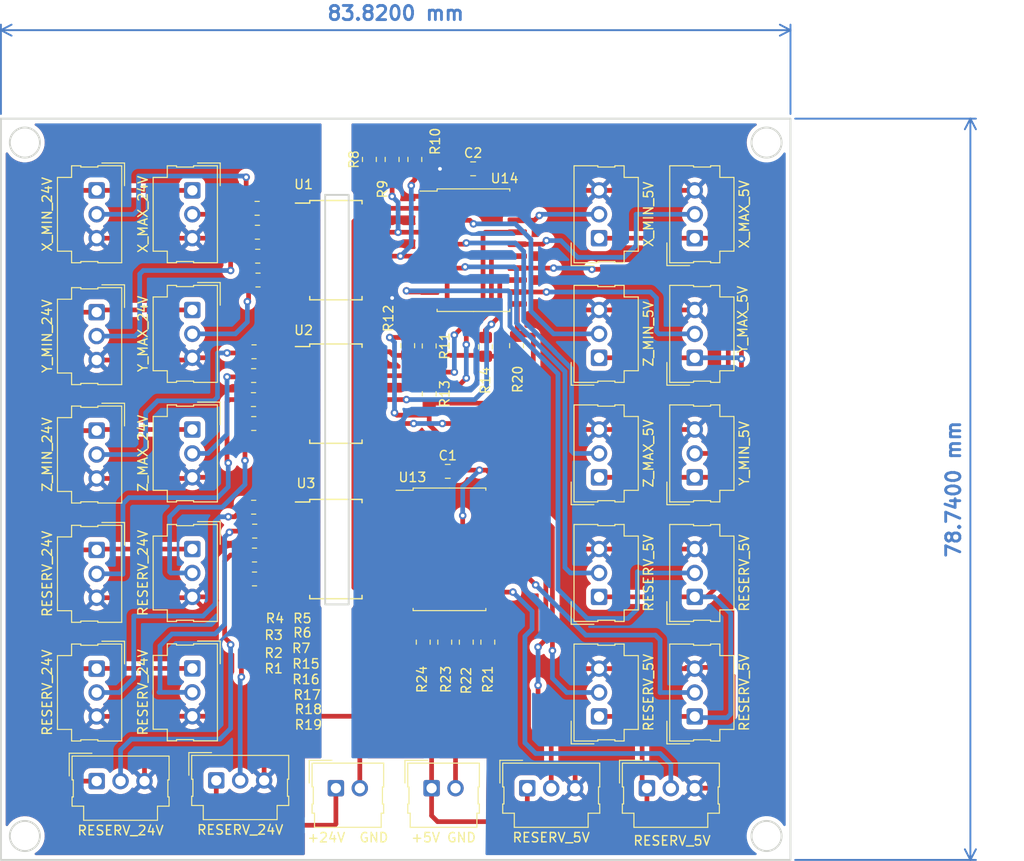
<source format=kicad_pcb>
(kicad_pcb (version 20211014) (generator pcbnew)
  (layers (0 "F.Cu" signal) (31 "B.Cu" signal) (34 "B.Paste" user) (35 "F.Paste" user) (36 "B.SilkS" user "B.Silkscreen") (37 "F.SilkS" user "F.Silkscreen") (38 "B.Mask" user) (39 "F.Mask" user) (44 "Edge.Cuts" user))
  (net 0 "")
  (net 1 "/+24V")
  (net 2 "Net-(J1-Pad2)")
  (net 3 "Net-(J2-Pad2)")
  (net 4 "Net-(J3-Pad2)")
  (net 5 "Net-(J4-Pad2)")
  (net 6 "Net-(J5-Pad2)")
  (net 7 "Net-(J6-Pad2)")
  (net 8 "Net-(J7-Pad2)")
  (net 9 "/+5V")
  (net 10 "Net-(J9-Pad2)")
  (net 11 "/GND_5V")
  (net 12 "Net-(J10-Pad2)")
  (net 13 "Net-(J11-Pad2)")
  (net 14 "Net-(J12-Pad2)")
  (net 15 "Net-(J13-Pad2)")
  (net 16 "Net-(J14-Pad2)")
  (net 17 "Net-(J15-Pad2)")
  (net 18 "Net-(R1-Pad2)")
  (net 19 "Net-(R2-Pad2)")
  (net 20 "Net-(R3-Pad2)")
  (net 21 "Net-(R4-Pad2)")
  (net 22 "Net-(R5-Pad2)")
  (net 23 "Net-(R6-Pad2)")
  (net 24 "Net-(R7-Pad2)")
  (net 25 "/GND_24V")
  (net 26 "Net-(J8-Pad2)")
  (net 27 "Net-(J16-Pad2)")
  (net 28 "Net-(J17-Pad2)")
  (net 29 "Net-(J18-Pad2)")
  (net 30 "Net-(J19-Pad2)")
  (net 31 "Net-(J21-Pad2)")
  (net 32 "Net-(J22-Pad2)")
  (net 33 "Net-(J23-Pad2)")
  (net 34 "Net-(J24-Pad2)")
  (net 35 "Net-(J25-Pad2)")
  (net 36 "Net-(R8-Pad1)")
  (net 37 "Net-(R9-Pad1)")
  (net 38 "Net-(R10-Pad1)")
  (net 39 "Net-(R11-Pad1)")
  (net 40 "Net-(R12-Pad1)")
  (net 41 "Net-(R13-Pad1)")
  (net 42 "Net-(R14-Pad1)")
  (net 43 "Net-(R15-Pad2)")
  (net 44 "Net-(R16-Pad2)")
  (net 45 "Net-(R17-Pad2)")
  (net 46 "Net-(R18-Pad2)")
  (net 47 "Net-(R19-Pad2)")
  (net 48 "Net-(R20-Pad1)")
  (net 49 "Net-(R21-Pad1)")
  (net 50 "Net-(R22-Pad1)")
  (net 51 "Net-(R23-Pad1)")
  (net 52 "Net-(R24-Pad1)")
  (footprint "Resistor_SMD:R_0805_2012Metric_Pad1.20x1.40mm_HandSolder" (layer "F.Cu") (at 120.269 81.01 -90)
    (fp_text reference "R21")
    (fp_text value "4k7")
  )
  (footprint "Connector_Molex:Molex_SL_171971-0002_1x02_P2.54mm_Vertical" (layer "F.Cu") (at 104.14 96.52)
    (fp_text reference "J20" hide)
    (fp_text value "+24V  GND")
  )
  (footprint "Connector_Molex:Molex_SL_171971-0003_1x03_P2.54mm_Vertical" (layer "F.Cu") (at 78.74 58.54 -90)
    (fp_text reference "J5" hide)
    (fp_text value "Z_MIN_24V")
  )
  (footprint "Connector_Molex:Molex_SL_171971-0002_1x02_P2.54mm_Vertical" (layer "F.Cu") (at 114.3 96.52)
    (fp_text reference "J26" hide)
    (fp_text value "+5V GND")
  )
  (footprint "Connector_Molex:Molex_SL_171971-0003_1x03_P2.54mm_Vertical" (layer "F.Cu") (at 88.9 58.42 -90)
    (fp_text reference "J6" hide)
    (fp_text value "Z_MAX_24V")
  )
  (footprint "Connector_Molex:Molex_SL_171971-0003_1x03_P2.54mm_Vertical" (layer "F.Cu") (at 78.74 95.77)
    (fp_text reference "J18" hide)
    (fp_text value "RESERV_24V")
  )
  (footprint "Connector_Molex:Molex_SL_171971-0003_1x03_P2.54mm_Vertical" (layer "F.Cu") (at 124.46 96.52)
    (fp_text reference "J23" hide)
    (fp_text value "RESERV_5V")
  )
  (footprint "Resistor_SMD:R_0805_2012Metric_Pad1.20x1.40mm_HandSolder" (layer "F.Cu") (at 123.317 49.514 -90)
    (fp_text reference "R20")
    (fp_text value "4k7")
  )
  (footprint "Resistor_SMD:R_0805_2012Metric_Pad1.20x1.40mm_HandSolder" (layer "F.Cu") (at 95.42 57.785)
    (fp_text reference "R15")
    (fp_text value "1k2")
  )
  (footprint "Resistor_SMD:R_0805_2012Metric_Pad1.20x1.40mm_HandSolder" (layer "F.Cu") (at 114.046 49.546 -90)
    (fp_text reference "R11")
    (fp_text value "4k7")
  )
  (footprint "Resistor_SMD:R_0805_2012Metric_Pad1.20x1.40mm_HandSolder" (layer "F.Cu") (at 95.41 66.675)
    (fp_text reference "R16")
    (fp_text value "1k2")
  )
  (footprint "Connector_Molex:Molex_SL_171971-0003_1x03_P2.54mm_Vertical" (layer "F.Cu") (at 88.9 45.72 -90)
    (fp_text reference "J4" hide)
    (fp_text value "Y_MAX_24V")
  )
  (footprint "Connector_Molex:Molex_SL_171971-0003_1x03_P2.54mm_Vertical" (layer "F.Cu") (at 78.74 71.21 -90)
    (fp_text reference "J7" hide)
    (fp_text value "RESERV_24V")
  )
  (footprint "Package_SO:SOIC-16W_5.3x10.2mm_P1.27mm" (layer "F.Cu") (at 104.14 39.37)
    (fp_text reference "U1")
    (fp_text value "LTV-247")
  )
  (footprint "Connector_Molex:Molex_SL_171971-0003_1x03_P2.54mm_Vertical" (layer "F.Cu") (at 78.74 45.96 -90)
    (fp_text reference "J3" hide)
    (fp_text value "Y_MIN_24V")
  )
  (footprint "Resistor_SMD:R_0805_2012Metric_Pad1.20x1.40mm_HandSolder" (layer "F.Cu") (at 95.5 74.295)
    (fp_text reference "R19")
    (fp_text value "1k2")
  )
  (footprint "Resistor_SMD:R_0805_2012Metric_Pad1.20x1.40mm_HandSolder" (layer "F.Cu") (at 114.046 54.626 -90)
    (fp_text reference "R13")
    (fp_text value "4k7")
  )
  (footprint "Connector_Molex:Molex_SL_171971-0003_1x03_P2.54mm_Vertical" (layer "F.Cu") (at 132.08 50.8 90)
    (fp_text reference "J13" hide)
    (fp_text value "Z_MIN_5V")
  )
  (footprint "Connector_Molex:Molex_SL_171971-0003_1x03_P2.54mm_Vertical" (layer "F.Cu") (at 88.9 83.8 -90)
    (fp_text reference "J17" hide)
    (fp_text value "RESERV_24V")
  )
  (footprint "Connector_Molex:Molex_SL_171971-0003_1x03_P2.54mm_Vertical" (layer "F.Cu") (at 137.16 96.52)
    (fp_text reference "J25" hide)
    (fp_text value "RESERV_5V")
  )
  (footprint "Connector_Molex:Molex_SL_171971-0003_1x03_P2.54mm_Vertical" (layer "F.Cu") (at 132.08 88.9 90)
    (fp_text reference "J22" hide)
    (fp_text value "RESERV_5V")
  )
  (footprint "Resistor_SMD:R_0805_2012Metric_Pad1.20x1.40mm_HandSolder" (layer "F.Cu") (at 95.87 42.545)
    (fp_text reference "R4")
    (fp_text value "1k2")
  )
  (footprint "Connector_Molex:Molex_SL_171971-0003_1x03_P2.54mm_Vertical" (layer "F.Cu") (at 142.24 88.9 90)
    (fp_text reference "J24" hide)
    (fp_text value "RESERV_5V")
  )
  (footprint "Capacitor_SMD:C_0805_2012Metric" (layer "F.Cu") (at 116.017 62.865)
    (fp_text reference "C1")
    (fp_text value "C")
  )
  (footprint "Connector_Molex:Molex_SL_171971-0003_1x03_P2.54mm_Vertical" (layer "F.Cu") (at 78.74 83.82 -90)
    (fp_text reference "J16" hide)
    (fp_text value "RESERV_24V")
  )
  (footprint "Resistor_SMD:R_0805_2012Metric_Pad1.20x1.40mm_HandSolder" (layer "F.Cu") (at 107.696 29.734 90)
    (fp_text reference "R8")
    (fp_text value "4k7")
  )
  (footprint "Resistor_SMD:R_0805_2012Metric_Pad1.20x1.40mm_HandSolder" (layer "F.Cu") (at 95.81 37.465)
    (fp_text reference "R2")
    (fp_text value "1k2")
  )
  (footprint "Resistor_SMD:R_0805_2012Metric_Pad1.20x1.40mm_HandSolder" (layer "F.Cu") (at 95.41 52.69)
    (fp_text reference "R6")
    (fp_text value "1k2")
  )
  (footprint "Package_SO:SOIC-20W_7.5x12.8mm_P1.27mm" (layer "F.Cu") (at 116.2 71.15)
    (fp_text reference "U13")
    (fp_text value "74HC240")
  )
  (footprint "Connector_Molex:Molex_SL_171971-0003_1x03_P2.54mm_Vertical" (layer "F.Cu") (at 88.9 33.02 -90)
    (fp_text reference "J2" hide)
    (fp_text value "X_MAX_24V")
  )
  (footprint "Resistor_SMD:R_0805_2012Metric_Pad1.20x1.40mm_HandSolder" (layer "F.Cu") (at 115.697 81.01 -90)
    (fp_text reference "R23")
    (fp_text value "4k7")
  )
  (footprint "Connector_Molex:Molex_SL_171971-0003_1x03_P2.54mm_Vertical" (layer "F.Cu") (at 142.24 38.1 90)
    (fp_text reference "J10" hide)
    (fp_text value "X_MAX_5V")
  )
  (footprint "Resistor_SMD:R_0805_2012Metric_Pad1.20x1.40mm_HandSolder" (layer "F.Cu") (at 95.78 34.925)
    (property "Reference" "R1")
    (property "Value" "1k2")
    (fp_text reference "R1")
    (fp_text value "1k2")
  )
  (footprint "Resistor_SMD:R_0805_2012Metric_Pad1.20x1.40mm_HandSolder" (layer "F.Cu") (at 95.39 55.245)
    (fp_text reference "R7")
    (fp_text value "1k2")
  )
  (footprint "Resistor_SMD:R_0805_2012Metric_Pad1.20x1.40mm_HandSolder" (layer "F.Cu") (at 110.109 29.734 90)
    (fp_text reference "R9")
    (fp_text value "4k7")
  )
  (footprint "Resistor_SMD:R_0805_2012Metric_Pad1.20x1.40mm_HandSolder" (layer "F.Cu") (at 95.84 40.01)
    (fp_text reference "R3")
    (fp_text value "1k2")
  )
  (footprint "Connector_Molex:Molex_SL_171971-0003_1x03_P2.54mm_Vertical" (layer "F.Cu") (at 88.9 71.12 -90)
    (fp_text reference "J8" hide)
    (fp_text value "RESERV_24V")
  )
  (footprint "Resistor_SMD:R_0805_2012Metric_Pad1.20x1.40mm_HandSolder" (layer "F.Cu") (at 95.45 50.165)
    (fp_text reference "R5")
    (fp_text value "1k2")
  )
  (footprint "Capacitor_SMD:C_0805_2012Metric" (layer "F.Cu") (at 118.71 30.73)
    (fp_text reference "C2")
    (fp_text value "C")
  )
  (footprint "Connector_Molex:Molex_SL_171971-0003_1x03_P2.54mm_Vertical" (layer "F.Cu") (at 142.24 63.5 90)
    (fp_text reference "J11" hide)
    (fp_text value "Y_MIN_5V")
  )
  (footprint "Connector_Molex:Molex_SL_171971-0003_1x03_P2.54mm_Vertical" (layer "F.Cu") (at 91.44 95.7)
    (fp_text reference "J19" hide)
    (fp_text value "RESERV_24V")
  )
  (footprint "Resistor_SMD:R_0805_2012Metric_Pad1.20x1.40mm_HandSolder" (layer "F.Cu") (at 95.52 69.215)
    (fp_text reference "R17")
    (fp_text value "1k2")
  )
  (footprint "Connector_Molex:Molex_SL_171971-0003_1x03_P2.54mm_Vertical" (layer "F.Cu") (at 142.24 50.8 90)
    (fp_text reference "J12" hide)
    (fp_text value "Y_MAX_5V")
  )
  (footprint "Resistor_SMD:R_0805_2012Metric_Pad1.20x1.40mm_HandSolder" (layer "F.Cu") (at 117.983 81.01 -90)
    (fp_text reference "R22")
    (fp_text value "4k7")
  )
  (footprint "Resistor_SMD:R_0805_2012Metric_Pad1.20x1.40mm_HandSolder" (layer "F.Cu") (at 120.015 49.641 -90)
    (fp_text reference "R14")
    (fp_text value "4k7")
  )
  (footprint "Package_SO:SOIC-16W_5.3x10.2mm_P1.27mm" (layer "F.Cu") (at 104.14 54.61)
    (fp_text reference "U2")
    (fp_text value "LTV-247")
  )
  (footprint "Connector_Molex:Molex_SL_171971-0003_1x03_P2.54mm_Vertical" (layer "F.Cu") (at 78.74 33.02 -90)
    (property "Reference" "J1")
    (property "Value" "Conn_01x03")
    (fp_text reference "J1" hide)
    (fp_text value "X_MIN_24V")
  )
  (footprint "Package_SO:SOIC-20W_7.5x12.8mm_P1.27mm" (layer "F.Cu") (at 118.745 39.37)
    (fp_text reference "U14")
    (fp_text value "74HC240")
  )
  (footprint "Resistor_SMD:R_0805_2012Metric_Pad1.20x1.40mm_HandSolder" (layer "F.Cu") (at 113.411 81.01 -90)
    (fp_text reference "R24")
    (fp_text value "4k7")
  )
  (footprint "Resistor_SMD:R_0805_2012Metric_Pad1.20x1.40mm_HandSolder" (layer "F.Cu") (at 95.5 71.755)
    (fp_text reference "R18")
    (fp_text value "1k2")
  )
  (footprint "Connector_Molex:Molex_SL_171971-0003_1x03_P2.54mm_Vertical" (layer "F.Cu") (at 132.08 76.2 90)
    (fp_text reference "J15" hide)
    (fp_text value "RESERV_5V")
  )
  (footprint "Resistor_SMD:R_0805_2012Metric_Pad1.20x1.40mm_HandSolder" (layer "F.Cu") (at 112.522 29.734 90)
    (fp_text reference "R10")
    (fp_text value "4k7")
  )
  (footprint "Connector_Molex:Molex_SL_171971-0003_1x03_P2.54mm_Vertical" (layer "F.Cu") (at 132.08 63.5 90)
    (fp_text reference "J14" hide)
    (fp_text value "Z_MAX_5V")
  )
  (footprint "Connector_Molex:Molex_SL_171971-0003_1x03_P2.54mm_Vertical" (layer "F.Cu") (at 142.24 76.2 90)
    (fp_text reference "J21" hide)
    (fp_text value "RESERV_5V")
  )
  (footprint "Connector_Molex:Molex_SL_171971-0003_1x03_P2.54mm_Vertical" (layer "F.Cu") (at 132.08 38.1 90)
    (fp_text reference "J9" hide)
    (fp_text value "X_MIN_5V")
  )
  (footprint "Package_SO:SOIC-16W_5.3x10.2mm_P1.27mm" (layer "F.Cu") (at 104.14 71.12)
    (fp_text reference "U3")
    (fp_text value "LTV-247")
  )
  (footprint "Resistor_SMD:R_0805_2012Metric_Pad1.20x1.40mm_HandSolder" (layer "F.Cu") (at 111.76 49.514 90)
    (fp_text reference "R12")
    (fp_text value "4k7")
  )
  (gr_rect (start 103 33.5) (end 105.5 77) (layer "Edge.Cuts") (width 0.2) (fill none))
  (gr_circle (center 149.86 101.6) (end 151.46 101.6) (layer "Edge.Cuts") (width 0.2) (fill none))
  (gr_circle (center 71.12 27.94) (end 72.72 27.94) (layer "Edge.Cuts") (width 0.2) (fill none))
  (gr_rect (start 68.58 25.4) (end 152.4 104.14) (layer "Edge.Cuts") (width 0.2) (fill none))
  (gr_circle (center 71.12 101.6) (end 72.72 101.6) (layer "Edge.Cuts") (width 0.2) (fill none))
  (gr_circle (center 149.86 27.94) (end 151.46 27.94) (layer "Edge.Cuts") (width 0.2) (fill none))
  (dimension (type aligned) (layer "B.Cu") (pts (xy 152.4 25.4) (xy 152.4 104.14)) (height -19.1) (gr_text "78,7400 мм" (at 169.7 64.77 90) (layer "B.Cu") (effects (font (size 1.5 1.5) (thickness 0.3)))) (format (units 3) (units_format 1) (precision 4)) (style (thickness 0.2) (arrow_length 1.27) (text_position_mode 0) (extension_height 0.58642) (extension_offset 0.5) keep_text_aligned))
  (dimension (type aligned) (layer "B.Cu") (pts (xy 68.58 25.4) (xy 152.4 25.4)) (height -9.4) (gr_text "83,8200 мм" (at 110.49 14.2) (layer "B.Cu") (effects (font (size 1.5 1.5) (thickness 0.3)))) (format (units 3) (units_format 1) (precision 4)) (style (thickness 0.2) (arrow_length 1.27) (text_position_mode 0) (extension_height 0.58642) (extension_offset 0.5) keep_text_aligned))
  (segment (start 74.556 58.54) (end 74.422 58.674) (width 0.5) (layer "F.Cu") (net 1))
  (segment (start 78.74 45.96) (end 74.535 45.96) (width 0.5) (layer "F.Cu") (net 1))
  (segment (start 74.713 71.21) (end 74.422 71.501) (width 0.5) (layer "F.Cu") (net 1))
  (segment (start 104.013 100.457) (end 91.44 100.457) (width 0.5) (layer "F.Cu") (net 1))
  (segment (start 78.76 83.8) (end 78.74 83.82) (width 0.5) (layer "F.Cu") (net 1))
  (segment (start 74.422 95.631) (end 74.422 83.693) (width 0.5) (layer "F.Cu") (net 1))
  (segment (start 104.14 96.52) (end 104.14 100.33) (width 0.5) (layer "F.Cu") (net 1))
  (segment (start 74.422 45.847) (end 74.422 33.02) (width 0.5) (layer "F.Cu") (net 1))
  (segment (start 104.14 100.33) (end 104.013 100.457) (width 0.5) (layer "F.Cu") (net 1))
  (segment (start 74.422 71.501) (end 74.422 58.674) (width 0.5) (layer "F.Cu") (net 1))
  (segment (start 74.422 58.674) (end 74.422 45.847) (width 0.5) (layer "F.Cu") (net 1))
  (segment (start 78.86 58.42) (end 78.74 58.54) (width 0.5) (layer "F.Cu") (net 1))
  (segment (start 88.9 58.42) (end 78.86 58.42) (width 0.5) (layer "F.Cu") (net 1))
  (segment (start 88.9 45.72) (end 78.98 45.72) (width 0.5) (layer "F.Cu") (net 1))
  (segment (start 78.74 95.77) (end 74.561 95.77) (width 0.5) (layer "F.Cu") (net 1))
  (segment (start 74.549 83.82) (end 74.422 83.693) (width 0.5) (layer "F.Cu") (net 1))
  (segment (start 74.561 95.77) (end 74.422 95.631) (width 0.5) (layer "F.Cu") (net 1))
  (segment (start 78.98 45.72) (end 78.74 45.96) (width 0.5) (layer "F.Cu") (net 1))
  (segment (start 91.44 95.7) (end 91.44 100.457) (width 0.5) (layer "F.Cu") (net 1))
  (segment (start 88.9 71.12) (end 78.83 71.12) (width 0.5) (layer "F.Cu") (net 1))
  (segment (start 88.9 83.8) (end 78.76 83.8) (width 0.5) (layer "F.Cu") (net 1))
  (segment (start 78.83 71.12) (end 78.74 71.21) (width 0.5) (layer "F.Cu") (net 1))
  (segment (start 78.74 33.02) (end 88.9 33.02) (width 0.5) (layer "F.Cu") (net 1))
  (segment (start 91.44 100.457) (end 76.835 100.457) (width 0.5) (layer "F.Cu") (net 1))
  (segment (start 78.74 71.21) (end 74.713 71.21) (width 0.5) (layer "F.Cu") (net 1))
  (segment (start 74.535 45.96) (end 74.422 45.847) (width 0.5) (layer "F.Cu") (net 1))
  (segment (start 76.835 100.457) (end 74.422 98.044) (width 0.5) (layer "F.Cu") (net 1))
  (segment (start 74.422 33.02) (end 78.74 33.02) (width 0.5) (layer "F.Cu") (net 1))
  (segment (start 74.422 98.044) (end 74.422 95.631) (width 0.5) (layer "F.Cu") (net 1))
  (segment (start 78.74 83.82) (end 74.549 83.82) (width 0.5) (layer "F.Cu") (net 1))
  (segment (start 74.422 83.693) (end 74.422 71.501) (width 0.5) (layer "F.Cu") (net 1))
  (segment (start 78.74 58.54) (end 74.556 58.54) (width 0.5) (layer "F.Cu") (net 1))
  (segment (start 94.615 34.76) (end 94.78 34.925) (width 0.5) (layer "F.Cu") (net 2))
  (segment (start 94.615 31.623) (end 94.615 34.76) (width 0.5) (layer "F.Cu") (net 2))
  (via (at 94.615 31.623) (size 0.8) (drill 0.4) (layers "F.Cu" "B.Cu") (net 2))
  (segment (start 83.185 35.052) (end 83.185 31.496) (width 0.5) (layer "B.Cu") (net 2))
  (segment (start 94.488 31.496) (end 94.615 31.623) (width 0.5) (layer "B.Cu") (net 2))
  (segment (start 83.185 31.496) (end 94.488 31.496) (width 0.5) (layer "B.Cu") (net 2))
  (segment (start 78.74 35.56) (end 82.677 35.56) (width 0.5) (layer "B.Cu") (net 2))
  (segment (start 82.677 35.56) (end 83.185 35.052) (width 0.5) (layer "B.Cu") (net 2))
  (segment (start 88.9 35.56) (end 91.313 35.56) (width 0.5) (layer "F.Cu") (net 3))
  (segment (start 93.218 37.465) (end 94.81 37.465) (width 0.5) (layer "F.Cu") (net 3))
  (segment (start 91.313 35.56) (end 93.218 37.465) (width 0.5) (layer "F.Cu") (net 3))
  (segment (start 94.835 40.005) (end 94.84 40.01) (width 0.5) (layer "F.Cu") (net 4))
  (segment (start 92.964 41.529) (end 92.964 40.005) (width 0.5) (layer "F.Cu") (net 4))
  (segment (start 92.964 40.005) (end 94.835 40.005) (width 0.5) (layer "F.Cu") (net 4))
  (via (at 92.964 41.529) (size 0.8) (drill 0.4) (layers "F.Cu" "B.Cu") (net 4))
  (segment (start 78.74 48.5) (end 82.818 48.5) (width 0.5) (layer "B.Cu") (net 4))
  (segment (start 82.818 48.5) (end 83.058 48.26) (width 0.5) (layer "B.Cu") (net 4))
  (segment (start 83.058 48.26) (end 83.312 48.006) (width 0.5) (layer "B.Cu") (net 4))
  (segment (start 83.312 41.91) (end 83.693 41.529) (width 0.5) (layer "B.Cu") (net 4))
  (segment (start 83.693 41.529) (end 92.964 41.529) (width 0.5) (layer "B.Cu") (net 4))
  (segment (start 83.312 48.006) (end 83.312 41.91) (width 0.5) (layer "B.Cu") (net 4))
  (segment (start 94.87 42.545) (end 94.87 44.703) (width 0.5) (layer "F.Cu") (net 5))
  (segment (start 94.87 44.703) (end 94.742 44.831) (width 0.5) (layer "F.Cu") (net 5))
  (via (at 94.742 44.831) (size 0.8) (drill 0.4) (layers "F.Cu" "B.Cu") (net 5))
  (segment (start 94.742 44.831) (end 94.742 46.99) (width 0.5) (layer "B.Cu") (net 5))
  (segment (start 94.742 46.99) (end 93.472 48.26) (width 0.5) (layer "B.Cu") (net 5))
  (segment (start 93.472 48.26) (end 88.9 48.26) (width 0.5) (layer "B.Cu") (net 5))
  (segment (start 92.583 50.292) (end 94.323 50.292) (width 0.5) (layer "F.Cu") (net 6))
  (segment (start 94.323 50.292) (end 94.45 50.165) (width 0.5) (layer "F.Cu") (net 6))
  (via (at 92.583 50.292) (size 0.8) (drill 0.4) (layers "F.Cu" "B.Cu") (net 6))
  (segment (start 85.217 55.372) (end 91.186 55.372) (width 0.5) (layer "B.Cu") (net 6))
  (segment (start 83.312 60.96) (end 83.947 60.325) (width 0.5) (layer "B.Cu") (net 6))
  (segment (start 91.567 54.991) (end 91.567 50.292) (width 0.5) (layer "B.Cu") (net 6))
  (segment (start 78.74 61.08) (end 83.192 61.08) (width 0.5) (layer "B.Cu") (net 6))
  (segment (start 83.192 61.08) (end 83.312 60.96) (width 0.5) (layer "B.Cu") (net 6))
  (segment (start 91.186 55.372) (end 91.567 54.991) (width 0.5) (layer "B.Cu") (net 6))
  (segment (start 83.947 56.642) (end 85.217 55.372) (width 0.5) (layer "B.Cu") (net 6))
  (segment (start 91.567 50.292) (end 92.583 50.292) (width 0.5) (layer "B.Cu") (net 6))
  (segment (start 83.947 60.325) (end 83.947 56.642) (width 0.5) (layer "B.Cu") (net 6))
  (segment (start 94.268 52.832) (end 94.41 52.69) (width 0.5) (layer "F.Cu") (net 7))
  (segment (start 92.583 52.832) (end 94.268 52.832) (width 0.5) (layer "F.Cu") (net 7))
  (via (at 92.583 52.832) (size 0.8) (drill 0.4) (layers "F.Cu" "B.Cu") (net 7))
  (segment (start 90.551 60.96) (end 91.313 60.198) (width 0.5) (layer "B.Cu") (net 7))
  (segment (start 92.583 58.928) (end 92.583 52.832) (width 0.5) (layer "B.Cu") (net 7))
  (segment (start 91.313 60.198) (end 92.583 58.928) (width 0.5) (layer "B.Cu") (net 7))
  (segment (start 88.9 60.96) (end 90.551 60.96) (width 0.5) (layer "B.Cu") (net 7))
  (segment (start 92.583 55.499) (end 92.583 61.849) (width 0.5) (layer "F.Cu") (net 8))
  (segment (start 92.583 61.849) (end 92.71 61.976) (width 0.5) (layer "F.Cu") (net 8))
  (segment (start 94.39 55.245) (end 92.837 55.245) (width 0.5) (layer "F.Cu") (net 8))
  (segment (start 92.837 55.245) (end 92.583 55.499) (width 0.5) (layer "F.Cu") (net 8))
  (via (at 92.71 61.976) (size 0.8) (drill 0.4) (layers "F.Cu" "B.Cu") (net 8))
  (segment (start 92.71 64.516) (end 91.567 65.659) (width 0.5) (layer "B.Cu") (net 8))
  (segment (start 91.567 65.659) (end 82.169 65.659) (width 0.5) (layer "B.Cu") (net 8))
  (segment (start 81.534 66.294) (end 81.534 73.787) (width 0.5) (layer "B.Cu") (net 8))
  (segment (start 81.534 73.787) (end 81.497 73.75) (width 0.5) (layer "B.Cu") (net 8))
  (segment (start 92.71 61.976) (end 92.71 64.516) (width 0.5) (layer "B.Cu") (net 8))
  (segment (start 82.169 65.659) (end 81.534 66.294) (width 0.5) (layer "B.Cu") (net 8))
  (segment (start 81.497 73.75) (end 78.74 73.75) (width 0.5) (layer "B.Cu") (net 8))
  (segment (start 137.16 96.52) (end 137.16 98.806) (width 0.5) (layer "F.Cu") (net 9))
  (segment (start 120.142 62.738) (end 119.38 62.738) (width 0.5) (layer "F.Cu") (net 9))
  (segment (start 147.193 39.497) (end 147.193 39.878) (width 0.5) (layer "F.Cu") (net 9))
  (segment (start 132.08 88.9) (end 136.652 88.9) (width 0.5) (layer "F.Cu") (net 9))
  (segment (start 122.301 28.702) (end 146.431 28.702) (width 0.5) (layer "F.Cu") (net 9))
  (segment (start 116.967 60.833) (end 114.046 57.912) (width 0.5) (layer "F.Cu") (net 9))
  (segment (start 114.268 82.01) (end 113.411 82.01) (width 0.5) (layer "F.Cu") (net 9))
  (segment (start 119.66 30.73) (end 119.66 28.855) (width 0.5) (layer "F.Cu") (net 9))
  (segment (start 132.08 63.5) (end 142.24 63.5) (width 0.5) (layer "F.Cu") (net 9))
  (segment (start 143.51 76.2) (end 144.399 75.311) (width 0.5) (layer "F.Cu") (net 9))
  (segment (start 119.507 28.702) (end 112.554 28.702) (width 0.5) (layer "F.Cu") (net 9))
  (segment (start 112.554 28.702) (end 112.522 28.734) (width 0.5) (layer "F.Cu") (net 9))
  (segment (start 145.796 38.1) (end 147.193 39.497) (width 0.5) (layer "F.Cu") (net 9))
  (segment (start 132.08 38.1) (end 142.24 38.1) (width 0.5) (layer "F.Cu") (net 9))
  (segment (start 124.46 96.52) (end 124.46 99.822) (width 0.5) (layer "F.Cu") (net 9))
  (segment (start 136.652 88.9) (end 142.24 88.9) (width 0.5) (layer "F.Cu") (net 9))
  (segment (start 147.193 29.464) (end 147.193 39.878) (width 0.5) (layer "F.Cu") (net 9))
  (segment (start 114.046 50.546) (end 119.92 50.546) (width 0.5) (layer "F.Cu") (net 9))
  (segment (start 123.19 50.641) (end 123.317 50.514) (width 0.5) (layer "F.Cu") (net 9))
  (segment (start 135.89 100.076) (end 135.128 100.076) (width 0.5) (layer "F.Cu") (net 9))
  (segment (start 119.48095 78.232) (end 117.602 76.35305) (width 0.5) (layer "F.Cu") (net 9))
  (segment (start 122.301 28.702) (end 119.507 28.702) (width 0.5) (layer "F.Cu") (net 9))
  (segment (start 132.08 50.8) (end 142.24 50.8) (width 0.5) (layer "F.Cu") (net 9))
  (segment (start 119.38 62.738) (end 117.094 62.738) (width 0.5) (layer "F.Cu") (net 9))
  (segment (start 114.046 56.896) (end 110.617 56.896) (width 0.5) (layer "F.Cu") (net 9))
  (segment (start 117.094 62.738) (end 116.967 62.865) (width 0.5) (layer "F.Cu") (net 9))
  (segment (start 110.617 56.896) (end 110.363 56.642) (width 0.5) (layer "F.Cu") (net 9))
  (segment (start 144.399 75.311) (end 144.399 63.754) (width 0.5) (layer "F.Cu") (net 9))
  (segment (start 114.3 96.52) (end 114.3 82.042) (width 0.5) (layer "F.Cu") (net 9))
  (segment (start 114.046 56.896) (end 114.046 55.626) (width 0.5) (layer "F.Cu") (net 9))
  (segment (start 120.269 82.01) (end 121.444 82.01) (width 0.5) (layer "F.Cu") (net 9))
  (segment (start 121.92 81.534) (end 121.92 79.248) (width 0.5) (layer "F.Cu") (net 9))
  (segment (start 137.16 98.806) (end 135.89 100.076) (width 0.5) (layer "F.Cu") (net 9))
  (segment (start 144.145 63.5) (end 142.24 63.5) (width 0.5) (layer "F.Cu") (net 9))
  (segment (start 119.92 50.546) (end 120.015 50.641) (width 0.5) (layer "F.Cu") (net 9))
  (segment (start 114.046 55.626) (end 122.555 55.626) (width 0.5) (layer "F.Cu") (net 9))
  (segment (start 137.16 96.52) (end 136.652 96.012) (width 0.5) (layer "F.Cu") (net 9))
  (segment (start 123.444 50.641) (end 123.317 50.514) (width 0.5) (layer "F.Cu") (net 9))
  (segment (start 109.855 48.641) (end 111.633 48.641) (width 0.5) (layer "F.Cu") (net 9))
  (segment (start 116.967 62.865) (end 116.967 60.833) (width 0.5) (layer "F.Cu") (net 9))
  (segment (start 144.399 63.754) (end 144.145 63.5) (width 0.5) (layer "F.Cu") (net 9))
  (segment (start 114.046 57.912) (end 114.046 56.896) (width 0.5) (layer "F.Cu") (net 9))
  (segment (start 142.24 76.2) (end 143.51 76.2) (width 0.5) (layer "F.Cu") (net 9))
  (segment (start 121.444 82.01) (end 121.92 81.534) (width 0.5) (layer "F.Cu") (net 9))
  (segment (start 122.555 55.626) (end 123.444 54.737) (width 0.5) (layer "F.Cu") (net 9))
  (segment (start 123.395 29.796) (end 122.301 28.702) (width 0.5) (layer "F.Cu") (net 9))
  (segment (start 147.193 39.878) (end 147.193 50.927) (width 0.5) (layer "F.Cu") (net 9))
  (segment (start 119.66 28.855) (end 119.507 28.702) (width 0.5) (layer "F.Cu") (net 9))
  (segment (start 123.395 33.655) (end 123.395 29.796) (width 0.5) (layer "F.Cu") (net 9))
  (segment (start 147.193 50.927) (end 147.193 100.076) (width 0.5) (layer "F.Cu") (net 9))
  (segment (start 107.696 28.734) (end 110.109 28.734) (width 0.5) (layer "F.Cu") (net 9))
  (segment (start 114.3 82.042) (end 114.268 82.01) (width 0.5) (layer "F.Cu") (net 9))
  (segment (start 121.92 79.248) (end 120.904 78.232) (width 0.5) (layer "F.Cu") (net 9))
  (segment (start 114.935 100.076) (end 114.3 99.441) (width 0.5) (layer "F.Cu") (net 9))
  (segment (start 136.652 96.012) (end 136.652 88.9) (width 0.5) (layer "F.Cu") (net 9))
  (segment (start 147.193 100.076) (end 135.128 100.076) (width 0.5) (layer "F.Cu") (net 9))
  (segment (start 132.08 76.2) (end 142.24 76.2) (width 0.5) (layer "F.Cu") (net 9))
  (segment (start 146.431 28.702) (end 147.193 29.464) (width 0.5) (layer "F.Cu") (net 9))
  (segment (start 123.444 54.737) (end 123.444 50.641) (width 0.5) (layer "F.Cu") (net 9))
  (segment (start 110.109 28.734) (end 112.522 28.734) (width 0.5) (layer "F.Cu") (net 9))
  (segment (start 142.24 38.1) (end 145.796 38.1) (width 0.5) (layer "F.Cu") (net 9))
  (segment (start 120.904 78.232) (end 119.48095 78.232) (width 0.5) (layer "F.Cu") (net 9))
  (segment (start 120.85 65.435) (end 120.85 63.446) (width 0.5) (layer "F.Cu") (net 9))
  (segment (start 120.015 50.641) (end 123.19 50.641) (width 0.5) (layer "F.Cu") (net 9))
  (segment (start 113.411 82.01) (end 120.269 82.01) (width 0.5) (layer "F.Cu") (net 9))
  (segment (start 114.3 99.441) (end 114.3 96.52) (width 0.5) (layer "F.Cu") (net 9))
  (segment (start 111.633 48.641) (end 111.76 48.514) (width 0.5) (layer "F.Cu") (net 9))
  (segment (start 117.602 76.35305) (end 117.602 67.564) (width 0.5) (layer "F.Cu") (net 9))
  (segment (start 120.85 63.446) (end 120.142 62.738) (width 0.5) (layer "F.Cu") (net 9))
  (segment (start 124.714 100.076) (end 114.935 100.076) (width 0.5) (layer "F.Cu") (net 9))
  (segment (start 135.128 100.076) (end 124.714 100.076) (width 0.5) (layer "F.Cu") (net 9))
  (segment (start 124.46 99.822) (end 124.714 100.076) (width 0.5) (layer "F.Cu") (net 9))
  (via (at 147.193 50.927) (size 0.8) (drill 0.4) (layers "F.Cu" "B.Cu") (net 9))
  (via (at 109.855 48.641) (size 0.8) (drill 0.4) (layers "F.Cu" "B.Cu") (net 9))
  (via (at 110.363 56.642) (size 0.8) (drill 0.4) (layers "F.Cu" "B.Cu") (net 9))
  (via (at 117.602 67.564) (size 0.8) (drill 0.4) (layers "F.Cu" "B.Cu") (net 9))
  (via (at 119.38 62.738) (size 0.8) (drill 0.4) (layers "F.Cu" "B.Cu") (net 9))
  (segment (start 144.272 76.2) (end 146.05 77.978) (width 0.5) (layer "B.Cu") (net 9))
  (segment (start 142.367 89.027) (end 142.24 88.9) (width 0.5) (layer "B.Cu") (net 9))
  (segment (start 145.669 89.027) (end 142.367 89.027) (width 0.5) (layer "B.Cu") (net 9))
  (segment (start 146.05 77.978) (end 146.05 88.646) (width 0.5) (layer "B.Cu") (net 9))
  (segment (start 117.602 64.516) (end 119.38 62.738) (width 0.5) (layer "B.Cu") (net 9))
  (segment (start 147.066 50.8) (end 147.193 50.927) (width 0.5) (layer "B.Cu") (net 9))
  (segment (start 142.24 50.8) (end 147.066 50.8) (width 0.5) (layer "B.Cu") (net 9))
  (segment (start 110.363 56.642) (end 110.363 49.149) (width 0.5) (layer "B.Cu") (net 9))
  (segment (start 142.24 76.2) (end 144.272 76.2) (width 0.5) (layer "B.Cu") (net 9))
  (segment (start 146.05 88.646) (end 145.669 89.027) (width 0.5) (layer "B.Cu") (net 9))
  (segment (start 110.363 49.149) (end 109.855 48.641) (width 0.5) (layer "B.Cu") (net 9))
  (segment (start 117.602 67.564) (end 117.602 64.516) (width 0.5) (layer "B.Cu") (net 9))
  (segment (start 123.395 36.195) (end 125.222 36.195) (width 0.5) (layer "F.Cu") (net 10))
  (segment (start 125.222 36.195) (end 125.73 35.687) (width 0.5) (layer "F.Cu") (net 10))
  (via (at 125.73 35.687) (size 0.8) (drill 0.4) (layers "F.Cu" "B.Cu") (net 10))
  (segment (start 125.857 35.56) (end 132.08 35.56) (width 0.5) (layer "B.Cu") (net 10))
  (segment (start 125.73 35.687) (end 125.857 35.56) (width 0.5) (layer "B.Cu") (net 10))
  (segment (start 123.395 34.925) (end 117.983 34.925) (width 0.5) (layer "F.Cu") (net 11))
  (segment (start 106.045 73.025) (end 106.045 70.485) (width 0.5) (layer "F.Cu") (net 11))
  (segment (start 115.067 65.146) (end 115.067 62.865) (width 0.5) (layer "F.Cu") (net 11))
  (segment (start 114.095 33.655) (end 114.095 31.32) (width 0.5) (layer "F.Cu") (net 11))
  (segment (start 128.397 70.993) (end 128.397 58.166) (width 0.5) (layer "F.Cu") (net 11))
  (segment (start 110.109 44.45) (end 110.744 45.085) (width 0.5) (layer "F.Cu") (net 11))
  (segment (start 106.426 75.565) (end 106.045 75.184) (width 0.5) (layer "F.Cu") (net 11))
  (segment (start 107.69 59.055) (end 106.172 59.055) (width 0.5) (layer "F.Cu") (net 11))
  (segment (start 106.172 67.945) (end 107.69 67.945) (width 0.5) (layer "F.Cu") (net 11))
  (segment (start 109.22 75.565) (end 109.22 76.708) (width 0.5) (layer "F.Cu") (net 11))
  (segment (start 106.045 65.913) (end 106.553 65.405) (width 0.5) (layer "F.Cu") (net 11))
  (segment (start 128.778 83.693) (end 128.905 83.82) (width 0.5) (layer "F.Cu") (net 11))
  (segment (start 107.69 51.435) (end 106.172 51.435) (width 0.5) (layer "F.Cu") (net 11))
  (segment (start 128.778 33.02) (end 132.08 33.02) (width 0.5) (layer "F.Cu") (net 11))
  (segment (start 106.045 38.735) (end 106.045 36.322) (width 0.5) (layer "F.Cu") (net 11))
  (segment (start 128.397 58.166) (end 128.397 45.466) (width 0.5) (layer "F.Cu") (net 11))
  (segment (start 116.84 96.52) (end 116.84 84.201) (width 0.5) (layer "F.Cu") (net 11))
  (segment (start 114.095 31.32) (end 114.685 30.73) (width 0.5) (layer "F.Cu") (net 11))
  (segment (start 111.52 65.405) (end 111.55 65.435) (width 0.5) (layer "F.Cu") (net 11))
  (segment (start 107.69 70.485) (end 106.045 70.485) (width 0.5) (layer "F.Cu") (net 11))
  (segment (start 132.08 83.82) (end 141.224 83.82) (width 0.5) (layer "F.Cu") (net 11))
  (segment (start 119.223 69.245) (end 119.156 69.312) (width 0.5) (layer "F.Cu") (net 11))
  (segment (start 107.69 41.275) (end 106.045 41.275) (width 0.5) (layer "F.Cu") (net 11))
  (segment (start 106.045 58.928) (end 106.045 56.515) (width 0.5) (layer "F.Cu") (net 11))
  (segment (start 128.524 71.12) (end 128.397 70.993) (width 0.5) (layer "F.Cu") (net 11))
  (segment (start 146.304 84.582) (end 145.415 83.693) (width 0.5) (layer "F.Cu") (net 11))
  (segment (start 128.397 84.074) (end 128.397 70.993) (width 0.5) (layer "F.Cu") (net 11))
  (segment (start 120.85 71.785) (end 119.223 71.785) (width 0.5) (layer "F.Cu") (net 11))
  (segment (start 106.045 51.562) (end 106.045 43.815) (width 0.5) (layer "F.Cu") (net 11))
  (segment (start 119.156 76.484) (end 119.537 76.865) (width 0.5) (layer "F.Cu") (net 11))
  (segment (start 142.24 96.52) (end 144.653 96.52) (width 0.5) (layer "F.Cu") (net 11))
  (segment (start 141.224 83.82) (end 142.24 83.82) (width 0.5) (layer "F.Cu") (net 11))
  (segment (start 132.08 71.12) (end 128.524 71.12) (width 0.5) (layer "F.Cu") (net 11))
  (segment (start 146.304 94.869) (end 146.304 84.582) (width 0.5) (layer "F.Cu") (net 11))
  (segment (start 120.85 69.245) (end 119.223 69.245) (width 0.5) (layer "F.Cu") (net 11))
  (segment (start 117.729 30.761) (end 117.76 30.73) (width 0.5) (layer "F.Cu") (net 11))
  (segment (start 119.283 74.325) (end 119.156 74.198) (width 0.5) (layer "F.Cu") (net 11))
  (segment (start 114.685 30.73) (end 117.76 30.73) (width 0.5) (layer "F.Cu") (net 11))
  (segment (start 106.172 36.195) (end 107.69 36.195) (width 0.5) (layer "F.Cu") (net 11))
  (segment (start 114.524 65.435) (end 114.778 65.435) (width 0.5) (layer "F.Cu") (net 11))
  (segment (start 106.045 68.072) (end 106.045 65.913) (width 0.5) (layer "F.Cu") (net 11))
  (segment (start 145.415 83.693) (end 141.351 83.693) (width 0.5) (layer "F.Cu") (net 11))
  (segment (start 132.08 58.42) (end 142.24 58.42) (width 0.5) (layer "F.Cu") (net 11))
  (segment (start 106.045 41.275) (end 106.045 38.735) (width 0.5) (layer "F.Cu") (net 11))
  (segment (start 114.778 65.435) (end 115.067 65.146) (width 0.5) (layer "F.Cu") (net 11))
  (segment (start 107.69 73.025) (end 106.045 73.025) (width 0.5) (layer "F.Cu") (net 11))
  (segment (start 117.729 34.671) (end 117.729 30.761) (width 0.5) (layer "F.Cu") (net 11))
  (segment (start 106.045 53.721) (end 106.045 51.562) (width 0.5) (layer "F.Cu") (net 11))
  (segment (start 114.524 65.435) (end 117.886 65.435) (width 0.5) (layer "F.Cu") (net 11))
  (segment (start 106.045 65.913) (end 106.045 58.928) (width 0.5) (layer "F.Cu") (net 11))
  (segment (start 110.744 45.085) (end 114.095 45.085) (width 0.5) (layer "F.Cu") (net 11))
  (segment (start 119.156 66.705) (end 120.85 66.705) (width 0.5) (layer "F.Cu") (net 11))
  (segment (start 106.172 59.055) (end 106.045 58.928) (width 0.5) (layer "F.Cu") (net 11))
  (segment (start 106.045 56.515) (end 106.045 53.721) (width 0.5) (layer "F.Cu") (net 11))
  (segment (start 106.045 36.322) (end 106.172 36.195) (width 0.5) (layer "F.Cu") (net 11))
  (segment (start 106.045 75.184) (end 106.045 73.025) (width 0.5) (layer "F.Cu") (net 11))
  (segment (start 111.55 65.435) (end 114.524 65.435) (width 0.5) (layer "F.Cu") (net 11))
  (segment (start 129.54 96.52) (end 129.54 85.217) (width 0.5) (layer "F.Cu") (net 11))
  (segment (start 128.397 45.466) (end 128.397 33.401) (width 0.5) (layer "F.Cu") (net 11))
  (segment (start 106.553 65.405) (end 111.52 65.405) (width 0.5) (layer "F.Cu") (net 11))
  (segment (start 132.08 71.12) (end 142.24 71.12) (width 0.5) (layer "F.Cu") (net 11))
  (segment (start 107.69 53.975) (end 106.299 53.975) (width 0.5) (layer "F.Cu") (net 11))
  (segment (start 132.08 45.72) (end 142.24 45.72) (width 0.5) (layer "F.Cu") (net 11))
  (segment (start 106.172 51.435) (end 106.045 51.562) (width 0.5) (layer "F.Cu") (net 11))
  (segment (start 132.08 58.42) (end 128.651 58.42) (width 0.5) (layer "F.Cu") (net 11))
  (segment (start 129.54 85.217) (end 128.397 84.074) (width 0.5) (layer "F.Cu") (net 11))
  (segment (start 107.69 75.565) (end 106.426 75.565) (width 0.5) (layer "F.Cu") (net 11))
  (segment (start 107.69 56.515) (end 106.045 56.515) (width 0.5) (layer "F.Cu") (net 11))
  (segment (start 106.045 70.485) (end 106.045 68.072) (width 0.5) (layer "F.Cu") (net 11))
  (segment (start 106.045 68.072) (end 106.172 67.945) (width 0.5) (layer "F.Cu") (net 11))
  (segment (start 120.85 74.325) (end 119.283 74.325) (width 0.5) (layer "F.Cu") (net 11))
  (segment (start 107.69 38.735) (end 106.045 38.735) (width 0.5) (layer "F.Cu") (net 11))
  (segment (start 109.22 76.708) (end 109.377 76.865) (width 0.5) (layer "F.Cu") (net 11))
  (segment (start 109.377 76.865) (end 111.55 76.865) (width 0.5) (layer "F.Cu") (net 11))
  (segment (start 107.69 43.815) (end 109.474 43.815) (width 0.5) (layer "F.Cu") (net 11))
  (segment (start 128.905 83.82) (end 132.08 83.82) (width 0.5) (layer "F.Cu") (net 11))
  (segment (start 119.156 69.312) (end 119.156 71.852) (width 0.5) (layer "F.Cu") (net 11))
  (segment (start 119.156 71.852) (end 119.156 74.198) (width 0.5) (layer "F.Cu") (net 11))
  (segment (start 107.69 75.565) (end 109.22 75.565) (width 0.5) (layer "F.Cu") (net 11))
  (segment (start 117.983 34.925) (end 117.729 34.671) (width 0.5) (layer "F.Cu") (net 11))
  (segment (start 128.397 84.074) (end 128.778 83.693) (width 0.5) (layer "F.Cu") (net 11))
  (segment (start 109.474 43.815) (end 110.109 44.45) (width 0.5) (layer "F.Cu") (net 11))
  (segment (start 141.351 83.693) (end 141.224 83.82) (width 0.5) (layer "F.Cu") (net 11))
  (segment (start 132.08 45.72) (end 128.651 45.72) (width 0.5) (layer "F.Cu") (net 11))
  (segment (start 106.299 53.975) (end 106.045 53.721) (width 0.5) (layer "F.Cu") (net 11))
  (segment (start 128.651 58.42) (end 128.397 58.166) (width 0.5) (layer "F.Cu") (net 11))
  (segment (start 106.045 43.815) (end 106.045 41.275) (width 0.5) (layer "F.Cu") (net 11))
  (segment (start 128.651 45.72) (end 128.397 45.466) (width 0.5) (layer "F.Cu") (net 11))
  (segment (start 119.223 71.785) (end 119.156 71.852) (width 0.5) (layer "F.Cu") (net 11))
  (segment (start 128.397 33.401) (end 128.778 33.02) (width 0.5) (layer "F.Cu") (net 11))
  (segment (start 119.156 66.705) (end 119.156 69.312) (width 0.5) (layer "F.Cu") (net 11))
  (segment (start 107.69 43.815) (end 106.045 43.815) (width 0.5) (layer "F.Cu") (net 11))
  (segment (start 119.156 74.198) (end 119.156 76.484) (width 0.5) (layer "F.Cu") (net 11))
  (segment (start 119.537 76.865) (end 120.85 76.865) (width 0.5) (layer "F.Cu") (net 11))
  (segment (start 116.967 84.074) (end 128.397 84.074) (width 0.5) (layer "F.Cu") (net 11))
  (segment (start 132.08 33.02) (end 142.24 33.02) (width 0.5) (layer "F.Cu") (net 11))
  (segment (start 116.84 84.201) (end 116.967 84.074) (width 0.5) (layer "F.Cu") (net 11))
  (segment (start 117.886 65.435) (end 119.156 66.705) (width 0.5) (layer "F.Cu") (net 11))
  (segment (start 144.653 96.52) (end 146.304 94.869) (width 0.5) (layer "F.Cu") (net 11))
  (via (at 115.189 30.734) (size 0.8) (drill 0.4) (layers "F.Cu" "B.Cu") (net 11))
  (via (at 110.109 44.45) (size 0.8) (drill 0.4) (layers "F.Cu" "B.Cu") (net 11))
  (segment (start 110.109 44.45) (end 110.109 43.053) (width 0.5) (layer "B.Cu") (net 11))
  (segment (start 110.109 43.053) (end 114.046 39.116) (width 0.5) (layer "B.Cu") (net 11))
  (segment (start 114.046 31.369) (end 114.681 30.734) (width 0.5) (layer "B.Cu") (net 11))
  (segment (start 114.046 39.116) (end 114.046 31.369) (width 0.5) (layer "B.Cu") (net 11))
  (segment (start 114.681 30.734) (end 115.189 30.734) (width 0.5) (layer "B.Cu") (net 11))
  (segment (start 123.395 38.735) (end 126.111 38.735) (width 0.5) (layer "F.Cu") (net 12))
  (segment (start 126.111 38.735) (end 126.492 38.354) (width 0.5) (layer "F.Cu") (net 12))
  (via (at 126.492 38.354) (size 0.8) (drill 0.4) (layers "F.Cu" "B.Cu") (net 12))
  (segment (start 136.017 35.56) (end 142.24 35.56) (width 0.5) (layer "B.Cu") (net 12))
  (segment (start 136.017 38.862) (end 136.017 35.56) (width 0.5) (layer "B.Cu") (net 12))
  (segment (start 134.747 40.132) (end 136.017 38.862) (width 0.5) (layer "B.Cu") (net 12))
  (segment (start 126.492 38.354) (end 128.016 38.354) (width 0.5) (layer "B.Cu") (net 12))
  (segment (start 129.794 40.132) (end 134.747 40.132) (width 0.5) (layer "B.Cu") (net 12))
  (segment (start 128.016 38.354) (end 129.794 40.132) (width 0.5) (layer "B.Cu") (net 12))
  (segment (start 145.796 60.833) (end 145.669 60.96) (width 0.5) (layer "F.Cu") (net 13))
  (segment (start 145.161 41.402) (end 145.796 42.037) (width 0.5) (layer "F.Cu") (net 13))
  (segment (start 131.318 41.402) (end 145.161 41.402) (width 0.5) (layer "F.Cu") (net 13))
  (segment (start 123.395 41.275) (end 127.254 41.275) (width 0.5) (layer "F.Cu") (net 13))
  (segment (start 145.669 60.96) (end 142.24 60.96) (width 0.5) (layer "F.Cu") (net 13))
  (segment (start 145.796 42.037) (end 145.796 60.833) (width 0.5) (layer "F.Cu") (net 13))
  (via (at 131.318 41.402) (size 0.8) (drill 0.4) (layers "F.Cu" "B.Cu") (net 13))
  (via (at 127.254 41.275) (size 0.8) (drill 0.4) (layers "F.Cu" "B.Cu") (net 13))
  (segment (start 131.191 41.275) (end 131.318 41.402) (width 0.5) (layer "B.Cu") (net 13))
  (segment (start 127.254 41.275) (end 131.191 41.275) (width 0.5) (layer "B.Cu") (net 13))
  (segment (start 123.395 43.815) (end 126.492 43.815) (width 0.5) (layer "F.Cu") (net 14))
  (via (at 126.492 43.815) (size 0.8) (drill 0.4) (layers "F.Cu" "B.Cu") (net 14))
  (segment (start 137.541 43.815) (end 138.176 44.45) (width 0.5) (layer "B.Cu") (net 14))
  (segment (start 138.43 48.26) (end 142.24 48.26) (width 0.5) (layer "B.Cu") (net 14))
  (segment (start 138.176 44.45) (end 138.176 48.006) (width 0.5) (layer "B.Cu") (net 14))
  (segment (start 138.176 48.006) (end 138.43 48.26) (width 0.5) (layer "B.Cu") (net 14))
  (segment (start 126.492 43.815) (end 137.541 43.815) (width 0.5) (layer "B.Cu") (net 14))
  (segment (start 118.364 36.195) (end 118.745 36.576) (width 0.5) (layer "F.Cu") (net 15))
  (segment (start 114.095 36.195) (end 118.364 36.195) (width 0.5) (layer "F.Cu") (net 15))
  (via (at 118.745 36.576) (size 0.8) (drill 0.4) (layers "F.Cu" "B.Cu") (net 15))
  (segment (start 124.841 38.227) (end 124.841 45.847) (width 0.5) (layer "B.Cu") (net 15))
  (segment (start 123.19 36.576) (end 124.841 38.227) (width 0.5) (layer "B.Cu") (net 15))
  (segment (start 124.841 45.847) (end 127.254 48.26) (width 0.5) (layer "B.Cu") (net 15))
  (segment (start 118.745 36.576) (end 123.19 36.576) (width 0.5) (layer "B.Cu") (net 15))
  (segment (start 127.254 48.26) (end 132.08 48.26) (width 0.5) (layer "B.Cu") (net 15))
  (segment (start 117.856 38.735) (end 117.983 38.608) (width 0.5) (layer "F.Cu") (net 16))
  (segment (start 114.095 38.735) (end 117.856 38.735) (width 0.5) (layer "F.Cu") (net 16))
  (via (at 117.983 38.608) (size 0.8) (drill 0.4) (layers "F.Cu" "B.Cu") (net 16))
  (segment (start 127.381 50.19105) (end 129.159 51.96905) (width 0.5) (layer "B.Cu") (net 16))
  (segment (start 123.19 38.608) (end 124.079 39.497) (width 0.5) (layer "B.Cu") (net 16))
  (segment (start 124.079 39.497) (end 124.079 46.863) (width 0.5) (layer "B.Cu") (net 16))
  (segment (start 117.983 38.608) (end 123.19 38.608) (width 0.5) (layer "B.Cu") (net 16))
  (segment (start 129.159 51.96905) (end 129.159 60.706) (width 0.5) (layer "B.Cu") (net 16))
  (segment (start 127.381 50.165) (end 127.381 50.19105) (width 0.5) (layer "B.Cu") (net 16))
  (segment (start 129.159 60.706) (end 129.413 60.96) (width 0.5) (layer "B.Cu") (net 16))
  (segment (start 129.413 60.96) (end 132.08 60.96) (width 0.5) (layer "B.Cu") (net 16))
  (segment (start 124.079 46.863) (end 127.381 50.165) (width 0.5) (layer "B.Cu") (net 16))
  (segment (start 117.729 41.275) (end 117.856 41.148) (width 0.5) (layer "F.Cu") (net 17))
  (segment (start 114.095 41.275) (end 117.729 41.275) (width 0.5) (layer "F.Cu") (net 17))
  (via (at 117.856 41.148) (size 0.8) (drill 0.4) (layers "F.Cu" "B.Cu") (net 17))
  (segment (start 129.032 73.66) (end 132.08 73.66) (width 0.5) (layer "B.Cu") (net 17))
  (segment (start 123.317 47.117) (end 128.459 52.259) (width 0.5) (layer "B.Cu") (net 17))
  (segment (start 123.063 41.148) (end 123.317 41.402) (width 0.5) (layer "B.Cu") (net 17))
  (segment (start 128.459 73.087) (end 129.032 73.66) (width 0.5) (layer "B.Cu") (net 17))
  (segment (start 123.317 41.402) (end 123.317 47.117) (width 0.5) (layer "B.Cu") (net 17))
  (segment (start 128.459 52.259) (end 128.459 73.087) (width 0.5) (layer "B.Cu") (net 17))
  (segment (start 117.856 41.148) (end 123.063 41.148) (width 0.5) (layer "B.Cu") (net 17))
  (segment (start 96.78 34.925) (end 100.59 34.925) (width 0.5) (layer "F.Cu") (net 18))
  (segment (start 96.81 37.465) (end 100.59 37.465) (width 0.5) (layer "F.Cu") (net 19))
  (segment (start 100.585 40.01) (end 100.59 40.005) (width 0.5) (layer "F.Cu") (net 20))
  (segment (start 96.84 40.01) (end 100.585 40.01) (width 0.5) (layer "F.Cu") (net 20))
  (segment (start 96.87 42.545) (end 100.59 42.545) (width 0.5) (layer "F.Cu") (net 21))
  (segment (start 96.45 50.165) (end 100.59 50.165) (width 0.5) (layer "F.Cu") (net 22))
  (segment (start 96.41 52.69) (end 100.575 52.69) (width 0.5) (layer "F.Cu") (net 23))
  (segment (start 100.575 52.69) (end 100.59 52.705) (width 0.5) (layer "F.Cu") (net 23))
  (segment (start 96.39 55.245) (end 100.59 55.245) (width 0.5) (layer "F.Cu") (net 24))
  (segment (start 102.235 72.771) (end 102.235 75.565) (width 0.5) (layer "F.Cu") (net 25))
  (segment (start 91.46 46.462) (end 91.46 38.247) (width 0.5) (layer "F.Cu") (net 25))
  (segment (start 91.46 88.88) (end 96.373 88.88) (width 0.5) (layer "F.Cu") (net 25))
  (segment (start 88.9 63.5) (end 91.44 63.5) (width 0.5) (layer "F.Cu") (net 25))
  (segment (start 91.353 50.8) (end 91.46 50.907) (width 0.5) (layer "F.Cu") (net 25))
  (segment (start 101.981 73.025) (end 102.235 72.771) (width 0.5) (layer "F.Cu") (net 25))
  (segment (start 101.854 41.275) (end 102.235 41.656) (width 0.5) (layer "F.Cu") (net 25))
  (segment (start 102.235 54.229) (end 102.235 56.388) (width 0.5) (layer "F.Cu") (net 25))
  (segment (start 100.59 59.055) (end 101.981 59.055) (width 0.5) (layer "F.Cu") (net 25))
  (segment (start 78.74 38.1) (end 88.9 38.1) (width 0.5) (layer "F.Cu") (net 25))
  (segment (start 88.9 50.8) (end 91.353 50.8) (width 0.5) (layer "F.Cu") (net 25))
  (segment (start 96.373 88.88) (end 106.279 88.88) (width 0.5) (layer "F.Cu") (net 25))
  (segment (start 91.313 38.1) (end 88.9 38.1) (width 0.5) (layer "F.Cu") (net 25))
  (segment (start 101.981 67.945) (end 102.235 68.199) (width 0.5) (layer "F.Cu") (net 25))
  (segment (start 91.44 63.5) (end 91.46 63.48) (width 0.5) (layer "F.Cu") (net 25))
  (segment (start 101.981 53.975) (end 102.235 54.229) (width 0.5) (layer "F.Cu") (net 25))
  (segment (start 100.59 56.515) (end 102.108 56.515) (width 0.5) (layer "F.Cu") (net 25))
  (segment (start 84.475 88.88) (end 88.9 88.88) (width 0.5) (layer "F.Cu") (net 25))
  (segment (start 102.235 46.609) (end 102.235 51.435) (width 0.5) (layer "F.Cu") (net 25))
  (segment (start 102.235 58.801) (end 102.235 68.199) (width 0.5) (layer "F.Cu") (net 25))
  (segment (start 101.981 59.055) (end 102.235 58.801) (width 0.5) (layer "F.Cu") (net 25))
  (segment (start 88.9 76.2) (end 91.059 76.2) (width 0.5) (layer "F.Cu") (net 25))
  (segment (start 91.46 38.247) (end 91.313 38.1) (width 0.5) (layer "F.Cu") (net 25))
  (segment (start 102.108 70.485) (end 102.235 70.612) (width 0.5) (layer "F.Cu") (net 25))
  (segment (start 102.235 75.565) (end 100.59 75.565) (width 0.5) (layer "F.Cu") (net 25))
  (segment (start 84.475 88.88) (end 84.455 88.9) (width 0.5) (layer "F.Cu") (net 25))
  (segment (start 91.607 46.609) (end 91.46 46.462) (width 0.5) (layer "F.Cu") (net 25))
  (segment (start 88.66 51.04) (end 88.9 50.8) (width 0.5) (layer "F.Cu") (net 25))
  (segment (start 102.235 56.388) (end 102.235 58.801) (width 0.5) (layer "F.Cu") (net 25))
  (segment (start 100.59 51.435) (end 102.235 51.435) (width 0.5) (layer "F.Cu") (net 25))
  (segment (start 106.279 88.88) (end 106.68 89.281) (width 0.5) (layer "F.Cu") (net 25))
  (segment (start 102.235 68.199) (end 102.235 70.612) (width 0.5) (layer "F.Cu") (net 25))
  (segment (start 91.46 63.48) (end 91.46 50.907) (width 0.5) (layer "F.Cu") (net 25))
  (segment (start 91.059 76.2) (end 91.46 76.601) (width 0.5) (layer "F.Cu") (net 25))
  (segment (start 102.108 56.515) (end 102.235 56.388) (width 0.5) (layer "F.Cu") (net 25))
  (segment (start 100.59 38.735) (end 101.854 38.735) (width 0.5) (layer "F.Cu") (net 25))
  (segment (start 83.82 95.77) (end 83.82 89.535) (width 0.5) (layer "F.Cu") (net 25))
  (segment (start 100.59 53.975) (end 101.981 53.975) (width 0.5) (layer "F.Cu") (net 25))
  (segment (start 100.59 70.485) (end 102.108 70.485) (width 0.5) (layer "F.Cu") (net 25))
  (segment (start 96.373 88.88) (end 96.52 89.027) (width 0.5) (layer "F.Cu") (net 25))
  (segment (start 100.59 67.945) (end 101.981 67.945) (width 0.5) (layer "F.Cu") (net 25))
  (segment (start 100.59 41.275) (end 101.854 41.275) (width 0.5) (layer "F.Cu") (net 25))
  (segment (start 100.59 43.815) (end 102.235 43.815) (width 0.5) (layer "F.Cu") (net 25))
  (segment (start 106.68 89.281) (end 106.68 96.52) (width 0.5) (layer "F.Cu") (net 25))
  (segment (start 102.235 51.435) (end 102.235 54.229) (width 0.5) (layer "F.Cu") (net 25))
  (segment (start 91.46 50.907) (end 91.46 46.462) (width 0.5) (layer "F.Cu") (net 25))
  (segment (start 102.235 36.195) (end 102.235 39.116) (width 0.5) (layer "F.Cu") (net 25))
  (segment (start 88.81 76.29) (end 88.9 76.2) (width 0.5) (layer "F.Cu") (net 25))
  (segment (start 78.74 51.04) (end 88.66 51.04) (width 0.5) (layer "F.Cu") (net 25))
  (segment (start 102.235 39.116) (end 102.235 41.656) (width 0.5) (layer "F.Cu") (net 25))
  (segment (start 102.235 43.815) (end 102.235 46.609) (width 0.5) (layer "F.Cu") (net 25))
  (segment (start 100.59 36.195) (end 102.235 36.195) (width 0.5) (layer "F.Cu") (net 25))
  (segment (start 101.854 38.735) (end 102.235 39.116) (width 0.5) (layer "F.Cu") (net 25))
  (segment (start 88.9 88.88) (end 91.46 88.88) (width 0.5) (layer "F.Cu") (net 25))
  (segment (start 83.82 89.535) (end 84.475 88.88) (width 0.5) (layer "F.Cu") (net 25))
  (segment (start 78.74 63.62) (end 88.78 63.62) (width 0.5) (layer "F.Cu") (net 25))
  (segment (start 84.455 88.9) (end 78.74 88.9) (width 0.5) (layer "F.Cu") (net 25))
  (segment (start 100.59 73.025) (end 101.981 73.025) (width 0.5) (layer "F.Cu") (net 25))
  (segment (start 96.52 89.027) (end 96.52 95.7) (width 0.5) (layer "F.Cu") (net 25))
  (segment (start 91.46 76.601) (end 91.46 88.88) (width 0.5) (layer "F.Cu") (net 25))
  (segment (start 102.235 41.656) (end 102.235 43.815) (width 0.5) (layer "F.Cu") (net 25))
  (segment (start 88.78 63.62) (end 88.9 63.5) (width 0.5) (layer "F.Cu") (net 25))
  (segment (start 91.46 76.601) (end 91.46 63.48) (width 0.5) (layer "F.Cu") (net 25))
  (segment (start 102.235 70.612) (end 102.235 72.771) (width 0.5) (layer "F.Cu") (net 25))
  (segment (start 102.235 46.609) (end 91.607 46.609) (width 0.5) (layer "F.Cu") (net 25))
  (segment (start 78.74 76.29) (end 88.81 76.29) (width 0.5) (layer "F.Cu") (net 25))
  (segment (start 94.488 57.853) (end 94.42 57.785) (width 0.5) (layer "F.Cu") (net 26))
  (segment (start 94.488 61.722) (end 94.488 57.853) (width 0.5) (layer "F.Cu") (net 26))
  (via (at 94.488 61.722) (size 0.8) (drill 0.4) (layers "F.Cu" "B.Cu") (net 26))
  (segment (start 86.614 73.66) (end 86.487 73.533) (width 0.5) (layer "B.Cu") (net 26))
  (segment (start 88.9 73.66) (end 86.614 73.66) (width 0.5) (layer "B.Cu") (net 26))
  (segment (start 87.503 66.675) (end 92.075 66.675) (width 0.5) (layer "B.Cu") (net 26))
  (segment (start 86.487 67.691) (end 87.503 66.675) (width 0.5) (layer "B.Cu") (net 26))
  (segment (start 94.488 64.262) (end 94.488 61.722) (width 0.5) (layer "B.Cu") (net 26))
  (segment (start 92.075 66.675) (end 94.488 64.262) (width 0.5) (layer "B.Cu") (net 26))
  (segment (start 86.487 73.533) (end 86.487 67.691) (width 0.5) (layer "B.Cu") (net 26))
  (segment (start 93.394 67.691) (end 94.41 66.675) (width 0.5) (layer "F.Cu") (net 27))
  (segment (start 92.71 67.691) (end 93.394 67.691) (width 0.5) (layer "F.Cu") (net 27))
  (via (at 92.71 67.691) (size 0.8) (drill 0.4) (layers "F.Cu" "B.Cu") (net 27))
  (segment (start 91.313 68.199) (end 91.821 67.691) (width 0.5) (layer "B.Cu") (net 27))
  (segment (start 81.407 86.106) (end 82.677 84.836) (width 0.5) (layer "B.Cu") (net 27))
  (segment (start 90.932 77.343) (end 91.313 76.962) (width 0.5) (layer "B.Cu") (net 27))
  (segment (start 91.313 76.962) (end 91.313 68.199) (width 0.5) (layer "B.Cu") (net 27))
  (segment (start 91.821 67.691) (end 92.71 67.691) (width 0.5) (layer "B.Cu") (net 27))
  (segment (start 81.153 86.36) (end 81.407 86.106) (width 0.5) (layer "B.Cu") (net 27))
  (segment (start 82.677 84.836) (end 82.677 78.232) (width 0.5) (layer "B.Cu") (net 27))
  (segment (start 90.043 78.232) (end 90.932 77.343) (width 0.5) (layer "B.Cu") (net 27))
  (segment (start 82.677 78.232) (end 90.043 78.232) (width 0.5) (layer "B.Cu") (net 27))
  (segment (start 78.74 86.36) (end 81.153 86.36) (width 0.5) (layer "B.Cu") (net 27))
  (segment (start 92.964 69.215) (end 92.837 69.342) (width 0.5) (layer "F.Cu") (net 28))
  (segment (start 94.52 69.215) (end 92.964 69.215) (width 0.5) (layer "F.Cu") (net 28))
  (via (at 92.837 69.342) (size 0.8) (drill 0.4) (layers "F.Cu" "B.Cu") (net 28))
  (segment (start 85.471 86.233) (end 85.364 86.34) (width 0.5) (layer "B.Cu") (net 28))
  (segment (start 92.837 69.342) (end 92.329 69.85) (width 0.5) (layer "B.Cu") (net 28))
  (segment (start 92.329 69.85) (end 92.329 79.121) (width 0.5) (layer "B.Cu") (net 28))
  (segment (start 85.364 86.34) (end 88.9 86.34) (width 0.5) (layer "B.Cu") (net 28))
  (segment (start 91.313 80.137) (end 86.741 80.137) (width 0.5) (layer "B.Cu") (net 28))
  (segment (start 92.329 79.121) (end 91.313 80.137) (width 0.5) (layer "B.Cu") (net 28))
  (segment (start 86.741 80.137) (end 85.471 81.407) (width 0.5) (layer "B.Cu") (net 28))
  (segment (start 85.471 81.407) (end 85.471 86.233) (width 0.5) (layer "B.Cu") (net 28))
  (segment (start 92.329 72.39) (end 92.964 71.755) (width 0.5) (layer "F.Cu") (net 29))
  (segment (start 92.964 81.153) (end 92.329 80.518) (width 0.5) (layer "F.Cu") (net 29))
  (segment (start 92.964 71.755) (end 94.5 71.755) (width 0.5) (layer "F.Cu") (net 29))
  (segment (start 92.329 80.518) (end 92.329 72.39) (width 0.5) (layer "F.Cu") (net 29))
  (segment (start 92.964 81.28) (end 92.964 81.153) (width 0.5) (layer "F.Cu") (net 29))
  (via (at 92.964 81.28) (size 0.8) (drill 0.4) (layers "F.Cu" "B.Cu") (net 29))
  (segment (start 81.28 92.456) (end 82.423 91.313) (width 0.5) (layer "B.Cu") (net 29))
  (segment (start 92.964 90.17) (end 92.964 81.28) (width 0.5) (layer "B.Cu") (net 29))
  (segment (start 91.821 91.313) (end 92.964 90.17) (width 0.5) (layer "B.Cu") (net 29))
  (segment (start 81.28 95.77) (end 81.28 92.456) (width 0.5) (layer "B.Cu") (net 29))
  (segment (start 82.423 91.313) (end 91.821 91.313) (width 0.5) (layer "B.Cu") (net 29))
  (segment (start 94.107 84.709) (end 94.107 74.688) (width 0.5) (layer "F.Cu") (net 30))
  (segment (start 94.107 74.688) (end 94.5 74.295) (width 0.5) (layer "F.Cu") (net 30))
  (via (at 94.107 84.709) (size 0.8) (drill 0.4) (layers "F.Cu" "B.Cu") (net 30))
  (segment (start 93.98 84.836) (end 94.107 84.709) (width 0.5) (layer "B.Cu") (net 30))
  (segment (start 93.98 95.7) (end 93.98 84.836) (width 0.5) (layer "B.Cu") (net 30))
  (segment (start 111.76 43.815) (end 111.633 43.688) (width 0.5) (layer "F.Cu") (net 31))
  (segment (start 114.095 43.815) (end 111.76 43.815) (width 0.5) (layer "F.Cu") (net 31))
  (via (at 111.633 43.688) (size 0.8) (drill 0.4) (layers "F.Cu" "B.Cu") (net 31))
  (segment (start 130.81 78.486) (end 135.128 78.486) (width 0.5) (layer "B.Cu") (net 31))
  (segment (start 122.617 43.877) (end 122.617 47.433) (width 0.5) (layer "B.Cu") (net 31))
  (segment (start 126.01005 50.8) (end 127.711525 52.501475) (width 0.5) (layer "B.Cu") (net 31))
  (segment (start 122.617 47.433) (end 125.984 50.8) (width 0.5) (layer "B.Cu") (net 31))
  (segment (start 111.633 43.688) (end 122.428 43.688) (width 0.5) (layer "B.Cu") (net 31))
  (segment (start 122.428 43.688) (end 122.617 43.877) (width 0.5) (layer "B.Cu") (net 31))
  (segment (start 136.144 73.533) (end 136.271 73.66) (width 0.5) (layer "B.Cu") (net 31))
  (segment (start 127.711525 52.501475) (end 127.711525 75.387525) (width 0.5) (layer "B.Cu") (net 31))
  (segment (start 125.984 50.8) (end 126.01005 50.8) (width 0.5) (layer "B.Cu") (net 31))
  (segment (start 136.271 73.66) (end 142.24 73.66) (width 0.5) (layer "B.Cu") (net 31))
  (segment (start 136.144 77.47) (end 136.144 73.533) (width 0.5) (layer "B.Cu") (net 31))
  (segment (start 135.128 78.486) (end 136.144 77.47) (width 0.5) (layer "B.Cu") (net 31))
  (segment (start 127.711525 75.387525) (end 130.81 78.486) (width 0.5) (layer "B.Cu") (net 31))
  (segment (start 120.85 67.975) (end 126.268 67.975) (width 0.5) (layer "F.Cu") (net 32))
  (segment (start 127.127 68.834) (end 127.127 81.915) (width 0.5) (layer "F.Cu") (net 32))
  (segment (start 126.268 67.975) (end 126.365 68.072) (width 0.5) (layer "F.Cu") (net 32))
  (segment (start 126.365 68.072) (end 127.127 68.834) (width 0.5) (layer "F.Cu") (net 32))
  (via (at 127.127 81.915) (size 0.8) (drill 0.4) (layers "F.Cu" "B.Cu") (net 32))
  (segment (start 127.127 81.915) (end 127.127 84.836) (width 0.5) (layer "B.Cu") (net 32))
  (segment (start 128.651 86.36) (end 132.08 86.36) (width 0.5) (layer "B.Cu") (net 32))
  (segment (start 127.127 84.836) (end 128.651 86.36) (width 0.5) (layer "B.Cu") (net 32))
  (segment (start 120.85 70.515) (end 126.395 70.515) (width 0.5) (layer "F.Cu") (net 33))
  (segment (start 125.603 89.916) (end 127 91.313) (width 0.5) (layer "F.Cu") (net 33))
  (segment (start 126.427 80.71) (end 125.603 81.534) (width 0.5) (layer "F.Cu") (net 33))
  (segment (start 125.603 85.598) (end 125.603 89.916) (width 0.5) (layer "F.Cu") (net 33))
  (segment (start 127 91.313) (end 127 96.52) (width 0.5) (layer "F.Cu") (net 33))
  (segment (start 126.427 70.547) (end 126.427 70.612) (width 0.5) (layer "F.Cu") (net 33))
  (segment (start 126.395 70.515) (end 126.427 70.547) (width 0.5) (layer "F.Cu") (net 33))
  (segment (start 126.427 70.612) (end 126.427 80.71) (width 0.5) (layer "F.Cu") (net 33))
  (via (at 125.603 85.598) (size 0.8) (drill 0.4) (layers "F.Cu" "B.Cu") (net 33))
  (via (at 125.603 81.534) (size 0.8) (drill 0.4) (layers "F.Cu" "B.Cu") (net 33))
  (segment (start 125.603 81.534) (end 125.603 85.598) (width 0.5) (layer "B.Cu") (net 33))
  (segment (start 120.85 73.055) (end 123.474 73.055) (width 0.5) (layer "F.Cu") (net 34))
  (segment (start 123.474 73.055) (end 125.349 74.93) (width 0.5) (layer "F.Cu") (net 34))
  (via (at 125.349 74.93) (size 0.8) (drill 0.4) (layers "F.Cu" "B.Cu") (net 34))
  (segment (start 130.683 80.264) (end 138.049 80.264) (width 0.5) (layer "B.Cu") (net 34))
  (segment (start 138.049 80.264) (end 138.557 80.772) (width 0.5) (layer "B.Cu") (net 34))
  (segment (start 138.557 80.772) (end 138.557 86.36) (width 0.5) (layer "B.Cu") (net 34))
  (segment (start 125.349 74.93) (end 130.683 80.264) (width 0.5) (layer "B.Cu") (net 34))
  (segment (start 138.557 86.36) (end 142.24 86.36) (width 0.5) (layer "B.Cu") (net 34))
  (segment (start 122.936 75.692) (end 120.947 75.692) (width 0.5) (layer "F.Cu") (net 35))
  (segment (start 120.947 75.692) (end 120.85 75.595) (width 0.5) (layer "F.Cu") (net 35))
  (via (at 122.936 75.692) (size 0.8) (drill 0.4) (layers "F.Cu" "B.Cu") (net 35))
  (segment (start 138.557 92.837) (end 125.349 92.837) (width 0.5) (layer "B.Cu") (net 35))
  (segment (start 124.206 91.694) (end 124.206 81.026) (width 0.5) (layer "B.Cu") (net 35))
  (segment (start 124.968 92.456) (end 124.206 91.694) (width 0.5) (layer "B.Cu") (net 35))
  (segment (start 139.065 93.345) (end 138.557 92.837) (width 0.5) (layer "B.Cu") (net 35))
  (segment (start 124.206 80.391) (end 124.968 79.629) (width 0.5) (layer "B.Cu") (net 35))
  (segment (start 139.7 96.52) (end 139.7 93.98) (width 0.5) (layer "B.Cu") (net 35))
  (segment (start 124.968 77.724) (end 122.936 75.692) (width 0.5) (layer "B.Cu") (net 35))
  (segment (start 139.7 93.98) (end 139.065 93.345) (width 0.5) (layer "B.Cu") (net 35))
  (segment (start 125.349 92.837) (end 124.968 92.456) (width 0.5) (layer "B.Cu") (net 35))
  (segment (start 124.206 81.026) (end 124.206 80.391) (width 0.5) (layer "B.Cu") (net 35))
  (segment (start 124.968 79.629) (end 124.968 77.724) (width 0.5) (layer "B.Cu") (net 35))
  (segment (start 107.69 34.925) (end 107.69 30.74) (width 0.5) (layer "F.Cu") (net 36))
  (segment (start 107.69 34.925) (end 114.095 34.925) (width 0.5) (layer "F.Cu") (net 36))
  (segment (start 107.69 30.74) (end 107.696 30.734) (width 0.5) (layer "F.Cu") (net 36))
  (segment (start 110.109 33.655) (end 110.109 30.734) (width 0.5) (layer "F.Cu") (net 37))
  (segment (start 107.69 37.465) (end 114.095 37.465) (width 0.5) (layer "F.Cu") (net 37))
  (via (at 110.744 37.465) (size 0.8) (drill 0.4) (layers "F.Cu" "B.Cu") (net 37))
  (via (at 110.109 33.655) (size 0.8) (drill 0.4) (layers "F.Cu" "B.Cu") (net 37))
  (segment (start 110.744 37.465) (end 110.744 34.29) (width 0.5) (layer "B.Cu") (net 37))
  (segment (start 110.744 34.29) (end 110.109 33.655) (width 0.5) (layer "B.Cu") (net 37))
  (segment (start 112.141 32.512) (end 112.141 32.258) (width 0.5) (layer "F.Cu") (net 38))
  (segment (start 112.522 31.877) (end 112.522 30.734) (width 0.5) (layer "F.Cu") (net 38))
  (segment (start 107.69 40.005) (end 114.095 40.005) (width 0.5) (layer "F.Cu") (net 38))
  (segment (start 112.141 32.258) (end 112.522 31.877) (width 0.5) (layer "F.Cu") (net 38))
  (via (at 110.998 40.005) (size 0.8) (drill 0.4) (layers "F.Cu" "B.Cu") (net 38))
  (via (at 112.141 32.512) (size 0.8) (drill 0.4) (layers "F.Cu" "B.Cu") (net 38))
  (segment (start 112.141 38.862) (end 112.141 38.227) (width 0.5) (layer "B.Cu") (net 38))
  (segment (start 112.141 38.227) (end 112.141 32.512) (width 0.5) (layer "B.Cu") (net 38))
  (segment (start 110.998 40.005) (end 112.141 38.862) (width 0.5) (layer "B.Cu") (net 38))
  (segment (start 114.046 47.625) (end 115.951 45.72) (width 0.5) (layer "F.Cu") (net 39))
  (segment (start 114.046 48.546) (end 114.046 47.625) (width 0.5) (layer "F.Cu") (net 39))
  (segment (start 115.951 45.72) (end 115.951 42.545) (width 0.5) (layer "F.Cu") (net 39))
  (segment (start 115.951 42.545) (end 114.095 42.545) (width 0.5) (layer "F.Cu") (net 39))
  (segment (start 107.69 42.545) (end 114.095 42.545) (width 0.5) (layer "F.Cu") (net 39))
  (segment (start 110.236 50.546) (end 111.728 50.546) (width 0.5) (layer "F.Cu") (net 40))
  (segment (start 116.713 48.387) (end 119.761 45.339) (width 0.5) (layer "F.Cu") (net 40))
  (segment (start 119.761 45.339) (end 119.761 37.719) (width 0.5) (layer "F.Cu") (net 40))
  (segment (start 112.268 52.324) (end 116.713 52.324) (width 0.5) (layer "F.Cu") (net 40))
  (segment (start 107.69 50.165) (end 109.855 50.165) (width 0.5) (layer "F.Cu") (net 40))
  (segment (start 111.728 50.546) (end 111.76 50.514) (width 0.5) (layer "F.Cu") (net 40))
  (segment (start 111.76 50.514) (end 111.76 51.816) (width 0.5) (layer "F.Cu") (net 40))
  (segment (start 120.015 37.465) (end 123.395 37.465) (width 0.5) (layer "F.Cu") (net 40))
  (segment (start 109.855 50.165) (end 110.236 50.546) (width 0.5) (layer "F.Cu") (net 40))
  (segment (start 111.76 51.816) (end 112.141 52.197) (width 0.5) (layer "F.Cu") (net 40))
  (segment (start 112.141 52.197) (end 112.268 52.324) (width 0.5) (layer "F.Cu") (net 40))
  (segment (start 119.761 37.719) (end 120.015 37.465) (width 0.5) (layer "F.Cu") (net 40))
  (via (at 116.713 48.387) (size 0.8) (drill 0.4) (layers "F.Cu" "B.Cu") (net 40))
  (via (at 116.713 52.324) (size 0.8) (drill 0.4) (layers "F.Cu" "B.Cu") (net 40))
  (segment (start 116.713 52.324) (end 116.713 48.387) (width 0.5) (layer "B.Cu") (net 40))
  (segment (start 120.65 40.259) (end 120.904 40.005) (width 0.5) (layer "F.Cu") (net 41))
  (segment (start 114.046 53.626) (end 117.316 53.626) (width 0.5) (layer "F.Cu") (net 41))
  (segment (start 117.983 49.403) (end 117.983 48.387) (width 0.5) (layer "F.Cu") (net 41))
  (segment (start 120.904 40.005) (end 123.395 40.005) (width 0.5) (layer "F.Cu") (net 41))
  (segment (start 107.69 52.705) (end 111.379 52.705) (width 0.5) (layer "F.Cu") (net 41))
  (segment (start 111.379 52.705) (end 112.3 53.626) (width 0.5) (layer "F.Cu") (net 41))
  (segment (start 112.3 53.626) (end 114.046 53.626) (width 0.5) (layer "F.Cu") (net 41))
  (segment (start 120.65 45.72) (end 120.65 40.259) (width 0.5) (layer "F.Cu") (net 41))
  (segment (start 117.983 48.387) (end 120.65 45.72) (width 0.5) (layer "F.Cu") (net 41))
  (segment (start 117.316 53.626) (end 117.983 52.959) (width 0.5) (layer "F.Cu") (net 41))
  (via (at 117.983 49.403) (size 0.8) (drill 0.4) (layers "F.Cu" "B.Cu") (net 41))
  (via (at 117.983 52.959) (size 0.8) (drill 0.4) (layers "F.Cu" "B.Cu") (net 41))
  (segment (start 117.983 52.959) (end 117.983 49.403) (width 0.5) (layer "B.Cu") (net 41))
  (segment (start 107.69 55.245) (end 111.633 55.245) (width 0.5) (layer "F.Cu") (net 42))
  (segment (start 120.015 48.641) (end 120.015 47.879) (width 0.5) (layer "F.Cu") (net 42))
  (segment (start 121.539 42.545) (end 123.395 42.545) (width 0.5) (layer "F.Cu") (net 42))
  (segment (start 120.65 47.244) (end 121.539 46.355) (width 0.5) (layer "F.Cu") (net 42))
  (segment (start 120.015 47.879) (end 120.65 47.244) (width 0.5) (layer "F.Cu") (net 42))
  (segment (start 121.539 46.355) (end 121.539 42.545) (width 0.5) (layer "F.Cu") (net 42))
  (via (at 120.65 47.244) (size 0.8) (drill 0.4) (layers "F.Cu" "B.Cu") (net 42))
  (via (at 111.633 55.245) (size 0.8) (drill 0.4) (layers "F.Cu" "B.Cu") (net 42))
  (segment (start 118.872 55.245) (end 120.142 53.975) (width 0.5) (layer "B.Cu") (net 42))
  (segment (start 120.142 47.752) (end 120.65 47.244) (width 0.5) (layer "B.Cu") (net 42))
  (segment (start 120.142 53.975) (end 120.142 47.752) (width 0.5) (layer "B.Cu") (net 42))
  (segment (start 111.633 55.245) (end 118.872 55.245) (width 0.5) (layer "B.Cu") (net 42))
  (segment (start 96.42 57.785) (end 100.59 57.785) (width 0.5) (layer "F.Cu") (net 43))
  (segment (start 96.41 66.675) (end 100.59 66.675) (width 0.5) (layer "F.Cu") (net 44))
  (segment (start 96.52 69.215) (end 100.59 69.215) (width 0.5) (layer "F.Cu") (net 45))
  (segment (start 96.5 71.755) (end 100.59 71.755) (width 0.5) (layer "F.Cu") (net 46))
  (segment (start 96.5 74.295) (end 100.59 74.295) (width 0.5) (layer "F.Cu") (net 47))
  (segment (start 115.443 57.785) (end 123.444 57.785) (width 0.5) (layer "F.Cu") (net 48))
  (segment (start 123.395 48.436) (end 123.317 48.514) (width 0.5) (layer "F.Cu") (net 48))
  (segment (start 123.444 57.785) (end 125.095 56.134) (width 0.5) (layer "F.Cu") (net 48))
  (segment (start 123.395 45.085) (end 123.395 48.436) (width 0.5) (layer "F.Cu") (net 48))
  (segment (start 125.095 48.387) (end 123.444 48.387) (width 0.5) (layer "F.Cu") (net 48))
  (segment (start 125.095 56.134) (end 125.095 48.387) (width 0.5) (layer "F.Cu") (net 48))
  (segment (start 123.444 48.387) (end 123.317 48.514) (width 0.5) (layer "F.Cu") (net 48))
  (segment (start 107.69 57.785) (end 112.395 57.785) (width 0.5) (layer "F.Cu") (net 48))
  (via (at 112.395 57.785) (size 0.8) (drill 0.4) (layers "F.Cu" "B.Cu") (net 48))
  (via (at 115.443 57.785) (size 0.8) (drill 0.4) (layers "F.Cu" "B.Cu") (net 48))
  (segment (start 112.395 57.785) (end 115.443 57.785) (width 0.5) (layer "B.Cu") (net 48))
  (segment (start 115.824 75.565) (end 120.269 80.01) (width 0.5) (layer "F.Cu") (net 49))
  (segment (start 111.55 66.705) (end 115.824 66.705) (width 0.5) (layer "F.Cu") (net 49))
  (segment (start 115.824 66.705) (end 115.824 75.565) (width 0.5) (layer "F.Cu") (net 49))
  (segment (start 107.69 66.675) (end 111.52 66.675) (width 0.5) (layer "F.Cu") (net 49))
  (segment (start 111.52 66.675) (end 111.55 66.705) (width 0.5) (layer "F.Cu") (net 49))
  (segment (start 111.55 69.245) (end 115.062 69.245) (width 0.5) (layer "F.Cu") (net 50))
  (segment (start 115.062 75.946) (end 117.983 78.867) (width 0.5) (layer "F.Cu") (net 50))
  (segment (start 115.062 69.245) (end 115.062 75.946) (width 0.5) (layer "F.Cu") (net 50))
  (segment (start 107.69 69.215) (end 111.52 69.215) (width 0.5) (layer "F.Cu") (net 50))
  (segment (start 117.983 78.867) (end 117.983 80.01) (width 0.5) (layer "F.Cu") (net 50))
  (segment (start 111.52 69.215) (end 111.55 69.245) (width 0.5) (layer "F.Cu") (net 50))
  (segment (start 113.411 71.882) (end 113.411 73.042472) (width 0.5) (layer "F.Cu") (net 51))
  (segment (start 111.52 71.755) (end 111.55 71.785) (width 0.5) (layer "F.Cu") (net 51))
  (segment (start 114.3 73.931472) (end 114.3 77.724) (width 0.5) (layer "F.Cu") (net 51))
  (segment (start 107.69 71.755) (end 111.52 71.755) (width 0.5) (layer "F.Cu") (net 51))
  (segment (start 115.697 79.121) (end 115.697 80.01) (width 0.5) (layer "F.Cu") (net 51))
  (segment (start 114.3 77.724) (end 115.697 79.121) (width 0.5) (layer "F.Cu") (net 51))
  (segment (start 111.55 71.785) (end 113.314 71.785) (width 0.5) (layer "F.Cu") (net 51))
  (segment (start 113.411 73.042472) (end 114.3 73.931472) (width 0.5) (layer "F.Cu") (net 51))
  (segment (start 113.314 71.785) (end 113.411 71.882) (width 0.5) (layer "F.Cu") (net 51))
  (segment (start 111.52 74.295) (end 111.55 74.325) (width 0.5) (layer "F.Cu") (net 52))
  (segment (start 111.55 74.325) (end 113.187 74.325) (width 0.5) (layer "F.Cu") (net 52))
  (segment (start 113.187 74.325) (end 113.411 74.549) (width 0.5) (layer "F.Cu") (net 52))
  (segment (start 107.69 74.295) (end 111.52 74.295) (width 0.5) (layer "F.Cu") (net 52))
  (segment (start 113.411 74.549) (end 113.411 80.01) (width 0.5) (layer "F.Cu") (net 52))
  (zone (net 11) (net_name "/GND_5V") (layers F&B.Cu) (connect_pads (clearance 0.508)) (min_thickness 0.254) (fill yes (thermal_gap 0.508) (thermal_bridge_width 0.508))
    (polygon (pts (xy 152.4 25.527) (xy 152.527 104.14) (xy 105.791 104.14) (xy 105.791 25.273)))
  )
  (zone (net 25) (net_name "/GND_24V") (layers F&B.Cu) (connect_pads (clearance 0.508)) (min_thickness 0.254) (fill yes (thermal_gap 0.508) (thermal_bridge_width 0.508))
    (polygon (pts (xy 102.616 104.013) (xy 68.58 104.013) (xy 68.58 25.4) (xy 102.616 25.4)))
  )
  (zone (net 0) (net_name "") (layers F&B.Cu) (connect_pads (clearance 0)) (min_thickness 0.254)
    (keepout (tracks allowed) (vias allowed) (pads allowed) (copperpour not_allowed) (footprints allowed))
    (fill (thermal_gap 0.508) (thermal_bridge_width 0.508))
    (polygon (pts (xy 120.015 104.14) (xy 100.838 104.14) (xy 100.838 93.345) (xy 120.142 93.345)))
  )
)
</source>
